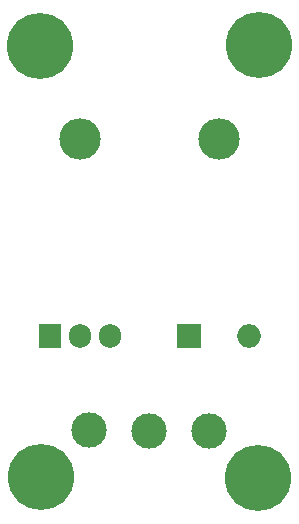
<source format=gbr>
%TF.GenerationSoftware,KiCad,Pcbnew,(6.99.0-228-g2fdbc41b8f)*%
%TF.CreationDate,2022-01-21T20:17:48+01:00*%
%TF.ProjectId,igniter,69676e69-7465-4722-9e6b-696361645f70,rev?*%
%TF.SameCoordinates,Original*%
%TF.FileFunction,Soldermask,Bot*%
%TF.FilePolarity,Negative*%
%FSLAX46Y46*%
G04 Gerber Fmt 4.6, Leading zero omitted, Abs format (unit mm)*
G04 Created by KiCad (PCBNEW (6.99.0-228-g2fdbc41b8f)) date 2022-01-21 20:17:48*
%MOMM*%
%LPD*%
G01*
G04 APERTURE LIST*
%ADD10C,3.000000*%
%ADD11O,3.500000X3.500000*%
%ADD12R,2.000000X2.000000*%
%ADD13O,2.000000X2.000000*%
%ADD14C,5.600000*%
%ADD15R,1.905000X2.000000*%
%ADD16O,1.905000X2.000000*%
G04 APERTURE END LIST*
D10*
%TO.C,SGND1*%
X132450000Y-62750000D03*
%TD*%
%TO.C,D12V1*%
X137500000Y-62750000D03*
%TD*%
D11*
%TO.C,D1*%
X138340000Y-38040000D03*
D12*
X135800000Y-54700000D03*
D13*
X140880000Y-54700000D03*
%TD*%
D14*
%TO.C,H2*%
X141700000Y-30100000D03*
%TD*%
%TO.C,H1*%
X123200000Y-30200000D03*
%TD*%
D10*
%TO.C,G1*%
X127350000Y-62700000D03*
%TD*%
D14*
%TO.C,H4*%
X141600000Y-66800000D03*
%TD*%
%TO.C,H3*%
X123300000Y-66700000D03*
%TD*%
D11*
%TO.C,Q1*%
X126540000Y-38040000D03*
D15*
X124000000Y-54700000D03*
D16*
X126540000Y-54700000D03*
X129080000Y-54700000D03*
%TD*%
M02*

</source>
